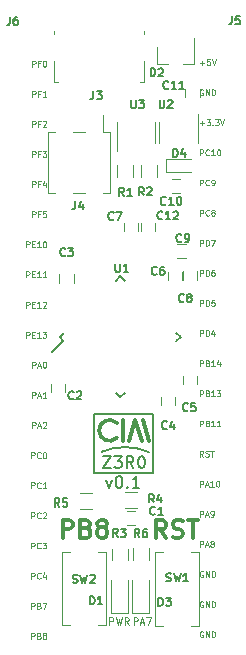
<source format=gto>
G04 #@! TF.GenerationSoftware,KiCad,Pcbnew,no-vcs-found-91ed3e2~59~ubuntu16.04.1*
G04 #@! TF.CreationDate,2017-10-23T14:28:14-03:00*
G04 #@! TF.ProjectId,ciaa-z3r0,636961612D7A3372302E6B696361645F,rev?*
G04 #@! TF.SameCoordinates,Original*
G04 #@! TF.FileFunction,Legend,Top*
G04 #@! TF.FilePolarity,Positive*
%FSLAX46Y46*%
G04 Gerber Fmt 4.6, Leading zero omitted, Abs format (unit mm)*
G04 Created by KiCad (PCBNEW no-vcs-found-91ed3e2~59~ubuntu16.04.1) date Mon Oct 23 14:28:14 2017*
%MOMM*%
%LPD*%
G01*
G04 APERTURE LIST*
%ADD10C,0.100000*%
%ADD11C,0.200000*%
%ADD12C,0.150000*%
%ADD13C,0.300000*%
%ADD14C,0.125000*%
%ADD15C,0.120000*%
%ADD16C,0.130000*%
G04 APERTURE END LIST*
D10*
X119407285Y-73326190D02*
X119407285Y-72826190D01*
X119597761Y-72826190D01*
X119645380Y-72850000D01*
X119669190Y-72873809D01*
X119693000Y-72921428D01*
X119693000Y-72992857D01*
X119669190Y-73040476D01*
X119645380Y-73064285D01*
X119597761Y-73088095D01*
X119407285Y-73088095D01*
X120073952Y-73064285D02*
X119907285Y-73064285D01*
X119907285Y-73326190D02*
X119907285Y-72826190D01*
X120145380Y-72826190D01*
X120431095Y-72826190D02*
X120478714Y-72826190D01*
X120526333Y-72850000D01*
X120550142Y-72873809D01*
X120573952Y-72921428D01*
X120597761Y-73016666D01*
X120597761Y-73135714D01*
X120573952Y-73230952D01*
X120550142Y-73278571D01*
X120526333Y-73302380D01*
X120478714Y-73326190D01*
X120431095Y-73326190D01*
X120383476Y-73302380D01*
X120359666Y-73278571D01*
X120335857Y-73230952D01*
X120312047Y-73135714D01*
X120312047Y-73016666D01*
X120335857Y-72921428D01*
X120359666Y-72873809D01*
X120383476Y-72850000D01*
X120431095Y-72826190D01*
X119407285Y-75876190D02*
X119407285Y-75376190D01*
X119597761Y-75376190D01*
X119645380Y-75400000D01*
X119669190Y-75423809D01*
X119693000Y-75471428D01*
X119693000Y-75542857D01*
X119669190Y-75590476D01*
X119645380Y-75614285D01*
X119597761Y-75638095D01*
X119407285Y-75638095D01*
X120073952Y-75614285D02*
X119907285Y-75614285D01*
X119907285Y-75876190D02*
X119907285Y-75376190D01*
X120145380Y-75376190D01*
X120597761Y-75876190D02*
X120312047Y-75876190D01*
X120454904Y-75876190D02*
X120454904Y-75376190D01*
X120407285Y-75447619D01*
X120359666Y-75495238D01*
X120312047Y-75519047D01*
X119407285Y-78426190D02*
X119407285Y-77926190D01*
X119597761Y-77926190D01*
X119645380Y-77950000D01*
X119669190Y-77973809D01*
X119693000Y-78021428D01*
X119693000Y-78092857D01*
X119669190Y-78140476D01*
X119645380Y-78164285D01*
X119597761Y-78188095D01*
X119407285Y-78188095D01*
X120073952Y-78164285D02*
X119907285Y-78164285D01*
X119907285Y-78426190D02*
X119907285Y-77926190D01*
X120145380Y-77926190D01*
X120312047Y-77973809D02*
X120335857Y-77950000D01*
X120383476Y-77926190D01*
X120502523Y-77926190D01*
X120550142Y-77950000D01*
X120573952Y-77973809D01*
X120597761Y-78021428D01*
X120597761Y-78069047D01*
X120573952Y-78140476D01*
X120288238Y-78426190D01*
X120597761Y-78426190D01*
X119407285Y-80976190D02*
X119407285Y-80476190D01*
X119597761Y-80476190D01*
X119645380Y-80500000D01*
X119669190Y-80523809D01*
X119693000Y-80571428D01*
X119693000Y-80642857D01*
X119669190Y-80690476D01*
X119645380Y-80714285D01*
X119597761Y-80738095D01*
X119407285Y-80738095D01*
X120073952Y-80714285D02*
X119907285Y-80714285D01*
X119907285Y-80976190D02*
X119907285Y-80476190D01*
X120145380Y-80476190D01*
X120288238Y-80476190D02*
X120597761Y-80476190D01*
X120431095Y-80666666D01*
X120502523Y-80666666D01*
X120550142Y-80690476D01*
X120573952Y-80714285D01*
X120597761Y-80761904D01*
X120597761Y-80880952D01*
X120573952Y-80928571D01*
X120550142Y-80952380D01*
X120502523Y-80976190D01*
X120359666Y-80976190D01*
X120312047Y-80952380D01*
X120288238Y-80928571D01*
X119407285Y-83526190D02*
X119407285Y-83026190D01*
X119597761Y-83026190D01*
X119645380Y-83050000D01*
X119669190Y-83073809D01*
X119693000Y-83121428D01*
X119693000Y-83192857D01*
X119669190Y-83240476D01*
X119645380Y-83264285D01*
X119597761Y-83288095D01*
X119407285Y-83288095D01*
X120073952Y-83264285D02*
X119907285Y-83264285D01*
X119907285Y-83526190D02*
X119907285Y-83026190D01*
X120145380Y-83026190D01*
X120550142Y-83192857D02*
X120550142Y-83526190D01*
X120431095Y-83002380D02*
X120312047Y-83359523D01*
X120621571Y-83359523D01*
X119407285Y-86076190D02*
X119407285Y-85576190D01*
X119597761Y-85576190D01*
X119645380Y-85600000D01*
X119669190Y-85623809D01*
X119693000Y-85671428D01*
X119693000Y-85742857D01*
X119669190Y-85790476D01*
X119645380Y-85814285D01*
X119597761Y-85838095D01*
X119407285Y-85838095D01*
X120073952Y-85814285D02*
X119907285Y-85814285D01*
X119907285Y-86076190D02*
X119907285Y-85576190D01*
X120145380Y-85576190D01*
X120573952Y-85576190D02*
X120335857Y-85576190D01*
X120312047Y-85814285D01*
X120335857Y-85790476D01*
X120383476Y-85766666D01*
X120502523Y-85766666D01*
X120550142Y-85790476D01*
X120573952Y-85814285D01*
X120597761Y-85861904D01*
X120597761Y-85980952D01*
X120573952Y-86028571D01*
X120550142Y-86052380D01*
X120502523Y-86076190D01*
X120383476Y-86076190D01*
X120335857Y-86052380D01*
X120312047Y-86028571D01*
X118907285Y-88626190D02*
X118907285Y-88126190D01*
X119097761Y-88126190D01*
X119145380Y-88150000D01*
X119169190Y-88173809D01*
X119193000Y-88221428D01*
X119193000Y-88292857D01*
X119169190Y-88340476D01*
X119145380Y-88364285D01*
X119097761Y-88388095D01*
X118907285Y-88388095D01*
X119407285Y-88364285D02*
X119573952Y-88364285D01*
X119645380Y-88626190D02*
X119407285Y-88626190D01*
X119407285Y-88126190D01*
X119645380Y-88126190D01*
X120121571Y-88626190D02*
X119835857Y-88626190D01*
X119978714Y-88626190D02*
X119978714Y-88126190D01*
X119931095Y-88197619D01*
X119883476Y-88245238D01*
X119835857Y-88269047D01*
X120431095Y-88126190D02*
X120478714Y-88126190D01*
X120526333Y-88150000D01*
X120550142Y-88173809D01*
X120573952Y-88221428D01*
X120597761Y-88316666D01*
X120597761Y-88435714D01*
X120573952Y-88530952D01*
X120550142Y-88578571D01*
X120526333Y-88602380D01*
X120478714Y-88626190D01*
X120431095Y-88626190D01*
X120383476Y-88602380D01*
X120359666Y-88578571D01*
X120335857Y-88530952D01*
X120312047Y-88435714D01*
X120312047Y-88316666D01*
X120335857Y-88221428D01*
X120359666Y-88173809D01*
X120383476Y-88150000D01*
X120431095Y-88126190D01*
X118907285Y-91176190D02*
X118907285Y-90676190D01*
X119097761Y-90676190D01*
X119145380Y-90700000D01*
X119169190Y-90723809D01*
X119193000Y-90771428D01*
X119193000Y-90842857D01*
X119169190Y-90890476D01*
X119145380Y-90914285D01*
X119097761Y-90938095D01*
X118907285Y-90938095D01*
X119407285Y-90914285D02*
X119573952Y-90914285D01*
X119645380Y-91176190D02*
X119407285Y-91176190D01*
X119407285Y-90676190D01*
X119645380Y-90676190D01*
X120121571Y-91176190D02*
X119835857Y-91176190D01*
X119978714Y-91176190D02*
X119978714Y-90676190D01*
X119931095Y-90747619D01*
X119883476Y-90795238D01*
X119835857Y-90819047D01*
X120597761Y-91176190D02*
X120312047Y-91176190D01*
X120454904Y-91176190D02*
X120454904Y-90676190D01*
X120407285Y-90747619D01*
X120359666Y-90795238D01*
X120312047Y-90819047D01*
X118907285Y-93726190D02*
X118907285Y-93226190D01*
X119097761Y-93226190D01*
X119145380Y-93250000D01*
X119169190Y-93273809D01*
X119193000Y-93321428D01*
X119193000Y-93392857D01*
X119169190Y-93440476D01*
X119145380Y-93464285D01*
X119097761Y-93488095D01*
X118907285Y-93488095D01*
X119407285Y-93464285D02*
X119573952Y-93464285D01*
X119645380Y-93726190D02*
X119407285Y-93726190D01*
X119407285Y-93226190D01*
X119645380Y-93226190D01*
X120121571Y-93726190D02*
X119835857Y-93726190D01*
X119978714Y-93726190D02*
X119978714Y-93226190D01*
X119931095Y-93297619D01*
X119883476Y-93345238D01*
X119835857Y-93369047D01*
X120312047Y-93273809D02*
X120335857Y-93250000D01*
X120383476Y-93226190D01*
X120502523Y-93226190D01*
X120550142Y-93250000D01*
X120573952Y-93273809D01*
X120597761Y-93321428D01*
X120597761Y-93369047D01*
X120573952Y-93440476D01*
X120288238Y-93726190D01*
X120597761Y-93726190D01*
X118907285Y-96276190D02*
X118907285Y-95776190D01*
X119097761Y-95776190D01*
X119145380Y-95800000D01*
X119169190Y-95823809D01*
X119193000Y-95871428D01*
X119193000Y-95942857D01*
X119169190Y-95990476D01*
X119145380Y-96014285D01*
X119097761Y-96038095D01*
X118907285Y-96038095D01*
X119407285Y-96014285D02*
X119573952Y-96014285D01*
X119645380Y-96276190D02*
X119407285Y-96276190D01*
X119407285Y-95776190D01*
X119645380Y-95776190D01*
X120121571Y-96276190D02*
X119835857Y-96276190D01*
X119978714Y-96276190D02*
X119978714Y-95776190D01*
X119931095Y-95847619D01*
X119883476Y-95895238D01*
X119835857Y-95919047D01*
X120288238Y-95776190D02*
X120597761Y-95776190D01*
X120431095Y-95966666D01*
X120502523Y-95966666D01*
X120550142Y-95990476D01*
X120573952Y-96014285D01*
X120597761Y-96061904D01*
X120597761Y-96180952D01*
X120573952Y-96228571D01*
X120550142Y-96252380D01*
X120502523Y-96276190D01*
X120359666Y-96276190D01*
X120312047Y-96252380D01*
X120288238Y-96228571D01*
X119407285Y-98826190D02*
X119407285Y-98326190D01*
X119597761Y-98326190D01*
X119645380Y-98350000D01*
X119669190Y-98373809D01*
X119693000Y-98421428D01*
X119693000Y-98492857D01*
X119669190Y-98540476D01*
X119645380Y-98564285D01*
X119597761Y-98588095D01*
X119407285Y-98588095D01*
X119883476Y-98683333D02*
X120121571Y-98683333D01*
X119835857Y-98826190D02*
X120002523Y-98326190D01*
X120169190Y-98826190D01*
X120431095Y-98326190D02*
X120478714Y-98326190D01*
X120526333Y-98350000D01*
X120550142Y-98373809D01*
X120573952Y-98421428D01*
X120597761Y-98516666D01*
X120597761Y-98635714D01*
X120573952Y-98730952D01*
X120550142Y-98778571D01*
X120526333Y-98802380D01*
X120478714Y-98826190D01*
X120431095Y-98826190D01*
X120383476Y-98802380D01*
X120359666Y-98778571D01*
X120335857Y-98730952D01*
X120312047Y-98635714D01*
X120312047Y-98516666D01*
X120335857Y-98421428D01*
X120359666Y-98373809D01*
X120383476Y-98350000D01*
X120431095Y-98326190D01*
X119407285Y-101376190D02*
X119407285Y-100876190D01*
X119597761Y-100876190D01*
X119645380Y-100900000D01*
X119669190Y-100923809D01*
X119693000Y-100971428D01*
X119693000Y-101042857D01*
X119669190Y-101090476D01*
X119645380Y-101114285D01*
X119597761Y-101138095D01*
X119407285Y-101138095D01*
X119883476Y-101233333D02*
X120121571Y-101233333D01*
X119835857Y-101376190D02*
X120002523Y-100876190D01*
X120169190Y-101376190D01*
X120597761Y-101376190D02*
X120312047Y-101376190D01*
X120454904Y-101376190D02*
X120454904Y-100876190D01*
X120407285Y-100947619D01*
X120359666Y-100995238D01*
X120312047Y-101019047D01*
X119407285Y-103926190D02*
X119407285Y-103426190D01*
X119597761Y-103426190D01*
X119645380Y-103450000D01*
X119669190Y-103473809D01*
X119693000Y-103521428D01*
X119693000Y-103592857D01*
X119669190Y-103640476D01*
X119645380Y-103664285D01*
X119597761Y-103688095D01*
X119407285Y-103688095D01*
X119883476Y-103783333D02*
X120121571Y-103783333D01*
X119835857Y-103926190D02*
X120002523Y-103426190D01*
X120169190Y-103926190D01*
X120312047Y-103473809D02*
X120335857Y-103450000D01*
X120383476Y-103426190D01*
X120502523Y-103426190D01*
X120550142Y-103450000D01*
X120573952Y-103473809D01*
X120597761Y-103521428D01*
X120597761Y-103569047D01*
X120573952Y-103640476D01*
X120288238Y-103926190D01*
X120597761Y-103926190D01*
X119335857Y-106476190D02*
X119335857Y-105976190D01*
X119526333Y-105976190D01*
X119573952Y-106000000D01*
X119597761Y-106023809D01*
X119621571Y-106071428D01*
X119621571Y-106142857D01*
X119597761Y-106190476D01*
X119573952Y-106214285D01*
X119526333Y-106238095D01*
X119335857Y-106238095D01*
X120121571Y-106428571D02*
X120097761Y-106452380D01*
X120026333Y-106476190D01*
X119978714Y-106476190D01*
X119907285Y-106452380D01*
X119859666Y-106404761D01*
X119835857Y-106357142D01*
X119812047Y-106261904D01*
X119812047Y-106190476D01*
X119835857Y-106095238D01*
X119859666Y-106047619D01*
X119907285Y-106000000D01*
X119978714Y-105976190D01*
X120026333Y-105976190D01*
X120097761Y-106000000D01*
X120121571Y-106023809D01*
X120431095Y-105976190D02*
X120478714Y-105976190D01*
X120526333Y-106000000D01*
X120550142Y-106023809D01*
X120573952Y-106071428D01*
X120597761Y-106166666D01*
X120597761Y-106285714D01*
X120573952Y-106380952D01*
X120550142Y-106428571D01*
X120526333Y-106452380D01*
X120478714Y-106476190D01*
X120431095Y-106476190D01*
X120383476Y-106452380D01*
X120359666Y-106428571D01*
X120335857Y-106380952D01*
X120312047Y-106285714D01*
X120312047Y-106166666D01*
X120335857Y-106071428D01*
X120359666Y-106023809D01*
X120383476Y-106000000D01*
X120431095Y-105976190D01*
X119335857Y-109026190D02*
X119335857Y-108526190D01*
X119526333Y-108526190D01*
X119573952Y-108550000D01*
X119597761Y-108573809D01*
X119621571Y-108621428D01*
X119621571Y-108692857D01*
X119597761Y-108740476D01*
X119573952Y-108764285D01*
X119526333Y-108788095D01*
X119335857Y-108788095D01*
X120121571Y-108978571D02*
X120097761Y-109002380D01*
X120026333Y-109026190D01*
X119978714Y-109026190D01*
X119907285Y-109002380D01*
X119859666Y-108954761D01*
X119835857Y-108907142D01*
X119812047Y-108811904D01*
X119812047Y-108740476D01*
X119835857Y-108645238D01*
X119859666Y-108597619D01*
X119907285Y-108550000D01*
X119978714Y-108526190D01*
X120026333Y-108526190D01*
X120097761Y-108550000D01*
X120121571Y-108573809D01*
X120597761Y-109026190D02*
X120312047Y-109026190D01*
X120454904Y-109026190D02*
X120454904Y-108526190D01*
X120407285Y-108597619D01*
X120359666Y-108645238D01*
X120312047Y-108669047D01*
X119335857Y-111576190D02*
X119335857Y-111076190D01*
X119526333Y-111076190D01*
X119573952Y-111100000D01*
X119597761Y-111123809D01*
X119621571Y-111171428D01*
X119621571Y-111242857D01*
X119597761Y-111290476D01*
X119573952Y-111314285D01*
X119526333Y-111338095D01*
X119335857Y-111338095D01*
X120121571Y-111528571D02*
X120097761Y-111552380D01*
X120026333Y-111576190D01*
X119978714Y-111576190D01*
X119907285Y-111552380D01*
X119859666Y-111504761D01*
X119835857Y-111457142D01*
X119812047Y-111361904D01*
X119812047Y-111290476D01*
X119835857Y-111195238D01*
X119859666Y-111147619D01*
X119907285Y-111100000D01*
X119978714Y-111076190D01*
X120026333Y-111076190D01*
X120097761Y-111100000D01*
X120121571Y-111123809D01*
X120312047Y-111123809D02*
X120335857Y-111100000D01*
X120383476Y-111076190D01*
X120502523Y-111076190D01*
X120550142Y-111100000D01*
X120573952Y-111123809D01*
X120597761Y-111171428D01*
X120597761Y-111219047D01*
X120573952Y-111290476D01*
X120288238Y-111576190D01*
X120597761Y-111576190D01*
X119335857Y-114126190D02*
X119335857Y-113626190D01*
X119526333Y-113626190D01*
X119573952Y-113650000D01*
X119597761Y-113673809D01*
X119621571Y-113721428D01*
X119621571Y-113792857D01*
X119597761Y-113840476D01*
X119573952Y-113864285D01*
X119526333Y-113888095D01*
X119335857Y-113888095D01*
X120121571Y-114078571D02*
X120097761Y-114102380D01*
X120026333Y-114126190D01*
X119978714Y-114126190D01*
X119907285Y-114102380D01*
X119859666Y-114054761D01*
X119835857Y-114007142D01*
X119812047Y-113911904D01*
X119812047Y-113840476D01*
X119835857Y-113745238D01*
X119859666Y-113697619D01*
X119907285Y-113650000D01*
X119978714Y-113626190D01*
X120026333Y-113626190D01*
X120097761Y-113650000D01*
X120121571Y-113673809D01*
X120288238Y-113626190D02*
X120597761Y-113626190D01*
X120431095Y-113816666D01*
X120502523Y-113816666D01*
X120550142Y-113840476D01*
X120573952Y-113864285D01*
X120597761Y-113911904D01*
X120597761Y-114030952D01*
X120573952Y-114078571D01*
X120550142Y-114102380D01*
X120502523Y-114126190D01*
X120359666Y-114126190D01*
X120312047Y-114102380D01*
X120288238Y-114078571D01*
X119335857Y-116676190D02*
X119335857Y-116176190D01*
X119526333Y-116176190D01*
X119573952Y-116200000D01*
X119597761Y-116223809D01*
X119621571Y-116271428D01*
X119621571Y-116342857D01*
X119597761Y-116390476D01*
X119573952Y-116414285D01*
X119526333Y-116438095D01*
X119335857Y-116438095D01*
X120121571Y-116628571D02*
X120097761Y-116652380D01*
X120026333Y-116676190D01*
X119978714Y-116676190D01*
X119907285Y-116652380D01*
X119859666Y-116604761D01*
X119835857Y-116557142D01*
X119812047Y-116461904D01*
X119812047Y-116390476D01*
X119835857Y-116295238D01*
X119859666Y-116247619D01*
X119907285Y-116200000D01*
X119978714Y-116176190D01*
X120026333Y-116176190D01*
X120097761Y-116200000D01*
X120121571Y-116223809D01*
X120550142Y-116342857D02*
X120550142Y-116676190D01*
X120431095Y-116152380D02*
X120312047Y-116509523D01*
X120621571Y-116509523D01*
X119335857Y-119226190D02*
X119335857Y-118726190D01*
X119526333Y-118726190D01*
X119573952Y-118750000D01*
X119597761Y-118773809D01*
X119621571Y-118821428D01*
X119621571Y-118892857D01*
X119597761Y-118940476D01*
X119573952Y-118964285D01*
X119526333Y-118988095D01*
X119335857Y-118988095D01*
X120002523Y-118964285D02*
X120073952Y-118988095D01*
X120097761Y-119011904D01*
X120121571Y-119059523D01*
X120121571Y-119130952D01*
X120097761Y-119178571D01*
X120073952Y-119202380D01*
X120026333Y-119226190D01*
X119835857Y-119226190D01*
X119835857Y-118726190D01*
X120002523Y-118726190D01*
X120050142Y-118750000D01*
X120073952Y-118773809D01*
X120097761Y-118821428D01*
X120097761Y-118869047D01*
X120073952Y-118916666D01*
X120050142Y-118940476D01*
X120002523Y-118964285D01*
X119835857Y-118964285D01*
X120288238Y-118726190D02*
X120621571Y-118726190D01*
X120407285Y-119226190D01*
X119335857Y-121776190D02*
X119335857Y-121276190D01*
X119526333Y-121276190D01*
X119573952Y-121300000D01*
X119597761Y-121323809D01*
X119621571Y-121371428D01*
X119621571Y-121442857D01*
X119597761Y-121490476D01*
X119573952Y-121514285D01*
X119526333Y-121538095D01*
X119335857Y-121538095D01*
X120002523Y-121514285D02*
X120073952Y-121538095D01*
X120097761Y-121561904D01*
X120121571Y-121609523D01*
X120121571Y-121680952D01*
X120097761Y-121728571D01*
X120073952Y-121752380D01*
X120026333Y-121776190D01*
X119835857Y-121776190D01*
X119835857Y-121276190D01*
X120002523Y-121276190D01*
X120050142Y-121300000D01*
X120073952Y-121323809D01*
X120097761Y-121371428D01*
X120097761Y-121419047D01*
X120073952Y-121466666D01*
X120050142Y-121490476D01*
X120002523Y-121514285D01*
X119835857Y-121514285D01*
X120407285Y-121490476D02*
X120359666Y-121466666D01*
X120335857Y-121442857D01*
X120312047Y-121395238D01*
X120312047Y-121371428D01*
X120335857Y-121323809D01*
X120359666Y-121300000D01*
X120407285Y-121276190D01*
X120502523Y-121276190D01*
X120550142Y-121300000D01*
X120573952Y-121323809D01*
X120597761Y-121371428D01*
X120597761Y-121395238D01*
X120573952Y-121442857D01*
X120550142Y-121466666D01*
X120502523Y-121490476D01*
X120407285Y-121490476D01*
X120359666Y-121514285D01*
X120335857Y-121538095D01*
X120312047Y-121585714D01*
X120312047Y-121680952D01*
X120335857Y-121728571D01*
X120359666Y-121752380D01*
X120407285Y-121776190D01*
X120502523Y-121776190D01*
X120550142Y-121752380D01*
X120573952Y-121728571D01*
X120597761Y-121680952D01*
X120597761Y-121585714D01*
X120573952Y-121538095D01*
X120550142Y-121514285D01*
X120502523Y-121490476D01*
X133602047Y-73005714D02*
X133983000Y-73005714D01*
X133792523Y-73196190D02*
X133792523Y-72815238D01*
X134459190Y-72696190D02*
X134221095Y-72696190D01*
X134197285Y-72934285D01*
X134221095Y-72910476D01*
X134268714Y-72886666D01*
X134387761Y-72886666D01*
X134435380Y-72910476D01*
X134459190Y-72934285D01*
X134483000Y-72981904D01*
X134483000Y-73100952D01*
X134459190Y-73148571D01*
X134435380Y-73172380D01*
X134387761Y-73196190D01*
X134268714Y-73196190D01*
X134221095Y-73172380D01*
X134197285Y-73148571D01*
X134625857Y-72696190D02*
X134792523Y-73196190D01*
X134959190Y-72696190D01*
X133863952Y-75270000D02*
X133816333Y-75246190D01*
X133744904Y-75246190D01*
X133673476Y-75270000D01*
X133625857Y-75317619D01*
X133602047Y-75365238D01*
X133578238Y-75460476D01*
X133578238Y-75531904D01*
X133602047Y-75627142D01*
X133625857Y-75674761D01*
X133673476Y-75722380D01*
X133744904Y-75746190D01*
X133792523Y-75746190D01*
X133863952Y-75722380D01*
X133887761Y-75698571D01*
X133887761Y-75531904D01*
X133792523Y-75531904D01*
X134102047Y-75746190D02*
X134102047Y-75246190D01*
X134387761Y-75746190D01*
X134387761Y-75246190D01*
X134625857Y-75746190D02*
X134625857Y-75246190D01*
X134744904Y-75246190D01*
X134816333Y-75270000D01*
X134863952Y-75317619D01*
X134887761Y-75365238D01*
X134911571Y-75460476D01*
X134911571Y-75531904D01*
X134887761Y-75627142D01*
X134863952Y-75674761D01*
X134816333Y-75722380D01*
X134744904Y-75746190D01*
X134625857Y-75746190D01*
X133602047Y-78105714D02*
X133983000Y-78105714D01*
X133792523Y-78296190D02*
X133792523Y-77915238D01*
X134173476Y-77796190D02*
X134483000Y-77796190D01*
X134316333Y-77986666D01*
X134387761Y-77986666D01*
X134435380Y-78010476D01*
X134459190Y-78034285D01*
X134483000Y-78081904D01*
X134483000Y-78200952D01*
X134459190Y-78248571D01*
X134435380Y-78272380D01*
X134387761Y-78296190D01*
X134244904Y-78296190D01*
X134197285Y-78272380D01*
X134173476Y-78248571D01*
X134697285Y-78248571D02*
X134721095Y-78272380D01*
X134697285Y-78296190D01*
X134673476Y-78272380D01*
X134697285Y-78248571D01*
X134697285Y-78296190D01*
X134887761Y-77796190D02*
X135197285Y-77796190D01*
X135030619Y-77986666D01*
X135102047Y-77986666D01*
X135149666Y-78010476D01*
X135173476Y-78034285D01*
X135197285Y-78081904D01*
X135197285Y-78200952D01*
X135173476Y-78248571D01*
X135149666Y-78272380D01*
X135102047Y-78296190D01*
X134959190Y-78296190D01*
X134911571Y-78272380D01*
X134887761Y-78248571D01*
X135340142Y-77796190D02*
X135506809Y-78296190D01*
X135673476Y-77796190D01*
X133602047Y-80846190D02*
X133602047Y-80346190D01*
X133792523Y-80346190D01*
X133840142Y-80370000D01*
X133863952Y-80393809D01*
X133887761Y-80441428D01*
X133887761Y-80512857D01*
X133863952Y-80560476D01*
X133840142Y-80584285D01*
X133792523Y-80608095D01*
X133602047Y-80608095D01*
X134387761Y-80798571D02*
X134363952Y-80822380D01*
X134292523Y-80846190D01*
X134244904Y-80846190D01*
X134173476Y-80822380D01*
X134125857Y-80774761D01*
X134102047Y-80727142D01*
X134078238Y-80631904D01*
X134078238Y-80560476D01*
X134102047Y-80465238D01*
X134125857Y-80417619D01*
X134173476Y-80370000D01*
X134244904Y-80346190D01*
X134292523Y-80346190D01*
X134363952Y-80370000D01*
X134387761Y-80393809D01*
X134863952Y-80846190D02*
X134578238Y-80846190D01*
X134721095Y-80846190D02*
X134721095Y-80346190D01*
X134673476Y-80417619D01*
X134625857Y-80465238D01*
X134578238Y-80489047D01*
X135173476Y-80346190D02*
X135221095Y-80346190D01*
X135268714Y-80370000D01*
X135292523Y-80393809D01*
X135316333Y-80441428D01*
X135340142Y-80536666D01*
X135340142Y-80655714D01*
X135316333Y-80750952D01*
X135292523Y-80798571D01*
X135268714Y-80822380D01*
X135221095Y-80846190D01*
X135173476Y-80846190D01*
X135125857Y-80822380D01*
X135102047Y-80798571D01*
X135078238Y-80750952D01*
X135054428Y-80655714D01*
X135054428Y-80536666D01*
X135078238Y-80441428D01*
X135102047Y-80393809D01*
X135125857Y-80370000D01*
X135173476Y-80346190D01*
X133602047Y-83396190D02*
X133602047Y-82896190D01*
X133792523Y-82896190D01*
X133840142Y-82920000D01*
X133863952Y-82943809D01*
X133887761Y-82991428D01*
X133887761Y-83062857D01*
X133863952Y-83110476D01*
X133840142Y-83134285D01*
X133792523Y-83158095D01*
X133602047Y-83158095D01*
X134387761Y-83348571D02*
X134363952Y-83372380D01*
X134292523Y-83396190D01*
X134244904Y-83396190D01*
X134173476Y-83372380D01*
X134125857Y-83324761D01*
X134102047Y-83277142D01*
X134078238Y-83181904D01*
X134078238Y-83110476D01*
X134102047Y-83015238D01*
X134125857Y-82967619D01*
X134173476Y-82920000D01*
X134244904Y-82896190D01*
X134292523Y-82896190D01*
X134363952Y-82920000D01*
X134387761Y-82943809D01*
X134625857Y-83396190D02*
X134721095Y-83396190D01*
X134768714Y-83372380D01*
X134792523Y-83348571D01*
X134840142Y-83277142D01*
X134863952Y-83181904D01*
X134863952Y-82991428D01*
X134840142Y-82943809D01*
X134816333Y-82920000D01*
X134768714Y-82896190D01*
X134673476Y-82896190D01*
X134625857Y-82920000D01*
X134602047Y-82943809D01*
X134578238Y-82991428D01*
X134578238Y-83110476D01*
X134602047Y-83158095D01*
X134625857Y-83181904D01*
X134673476Y-83205714D01*
X134768714Y-83205714D01*
X134816333Y-83181904D01*
X134840142Y-83158095D01*
X134863952Y-83110476D01*
X133602047Y-85946190D02*
X133602047Y-85446190D01*
X133792523Y-85446190D01*
X133840142Y-85470000D01*
X133863952Y-85493809D01*
X133887761Y-85541428D01*
X133887761Y-85612857D01*
X133863952Y-85660476D01*
X133840142Y-85684285D01*
X133792523Y-85708095D01*
X133602047Y-85708095D01*
X134387761Y-85898571D02*
X134363952Y-85922380D01*
X134292523Y-85946190D01*
X134244904Y-85946190D01*
X134173476Y-85922380D01*
X134125857Y-85874761D01*
X134102047Y-85827142D01*
X134078238Y-85731904D01*
X134078238Y-85660476D01*
X134102047Y-85565238D01*
X134125857Y-85517619D01*
X134173476Y-85470000D01*
X134244904Y-85446190D01*
X134292523Y-85446190D01*
X134363952Y-85470000D01*
X134387761Y-85493809D01*
X134673476Y-85660476D02*
X134625857Y-85636666D01*
X134602047Y-85612857D01*
X134578238Y-85565238D01*
X134578238Y-85541428D01*
X134602047Y-85493809D01*
X134625857Y-85470000D01*
X134673476Y-85446190D01*
X134768714Y-85446190D01*
X134816333Y-85470000D01*
X134840142Y-85493809D01*
X134863952Y-85541428D01*
X134863952Y-85565238D01*
X134840142Y-85612857D01*
X134816333Y-85636666D01*
X134768714Y-85660476D01*
X134673476Y-85660476D01*
X134625857Y-85684285D01*
X134602047Y-85708095D01*
X134578238Y-85755714D01*
X134578238Y-85850952D01*
X134602047Y-85898571D01*
X134625857Y-85922380D01*
X134673476Y-85946190D01*
X134768714Y-85946190D01*
X134816333Y-85922380D01*
X134840142Y-85898571D01*
X134863952Y-85850952D01*
X134863952Y-85755714D01*
X134840142Y-85708095D01*
X134816333Y-85684285D01*
X134768714Y-85660476D01*
X133602047Y-88496190D02*
X133602047Y-87996190D01*
X133792523Y-87996190D01*
X133840142Y-88020000D01*
X133863952Y-88043809D01*
X133887761Y-88091428D01*
X133887761Y-88162857D01*
X133863952Y-88210476D01*
X133840142Y-88234285D01*
X133792523Y-88258095D01*
X133602047Y-88258095D01*
X134102047Y-88496190D02*
X134102047Y-87996190D01*
X134221095Y-87996190D01*
X134292523Y-88020000D01*
X134340142Y-88067619D01*
X134363952Y-88115238D01*
X134387761Y-88210476D01*
X134387761Y-88281904D01*
X134363952Y-88377142D01*
X134340142Y-88424761D01*
X134292523Y-88472380D01*
X134221095Y-88496190D01*
X134102047Y-88496190D01*
X134554428Y-87996190D02*
X134887761Y-87996190D01*
X134673476Y-88496190D01*
X133602047Y-91046190D02*
X133602047Y-90546190D01*
X133792523Y-90546190D01*
X133840142Y-90570000D01*
X133863952Y-90593809D01*
X133887761Y-90641428D01*
X133887761Y-90712857D01*
X133863952Y-90760476D01*
X133840142Y-90784285D01*
X133792523Y-90808095D01*
X133602047Y-90808095D01*
X134102047Y-91046190D02*
X134102047Y-90546190D01*
X134221095Y-90546190D01*
X134292523Y-90570000D01*
X134340142Y-90617619D01*
X134363952Y-90665238D01*
X134387761Y-90760476D01*
X134387761Y-90831904D01*
X134363952Y-90927142D01*
X134340142Y-90974761D01*
X134292523Y-91022380D01*
X134221095Y-91046190D01*
X134102047Y-91046190D01*
X134816333Y-90546190D02*
X134721095Y-90546190D01*
X134673476Y-90570000D01*
X134649666Y-90593809D01*
X134602047Y-90665238D01*
X134578238Y-90760476D01*
X134578238Y-90950952D01*
X134602047Y-90998571D01*
X134625857Y-91022380D01*
X134673476Y-91046190D01*
X134768714Y-91046190D01*
X134816333Y-91022380D01*
X134840142Y-90998571D01*
X134863952Y-90950952D01*
X134863952Y-90831904D01*
X134840142Y-90784285D01*
X134816333Y-90760476D01*
X134768714Y-90736666D01*
X134673476Y-90736666D01*
X134625857Y-90760476D01*
X134602047Y-90784285D01*
X134578238Y-90831904D01*
X133602047Y-93596190D02*
X133602047Y-93096190D01*
X133792523Y-93096190D01*
X133840142Y-93120000D01*
X133863952Y-93143809D01*
X133887761Y-93191428D01*
X133887761Y-93262857D01*
X133863952Y-93310476D01*
X133840142Y-93334285D01*
X133792523Y-93358095D01*
X133602047Y-93358095D01*
X134102047Y-93596190D02*
X134102047Y-93096190D01*
X134221095Y-93096190D01*
X134292523Y-93120000D01*
X134340142Y-93167619D01*
X134363952Y-93215238D01*
X134387761Y-93310476D01*
X134387761Y-93381904D01*
X134363952Y-93477142D01*
X134340142Y-93524761D01*
X134292523Y-93572380D01*
X134221095Y-93596190D01*
X134102047Y-93596190D01*
X134840142Y-93096190D02*
X134602047Y-93096190D01*
X134578238Y-93334285D01*
X134602047Y-93310476D01*
X134649666Y-93286666D01*
X134768714Y-93286666D01*
X134816333Y-93310476D01*
X134840142Y-93334285D01*
X134863952Y-93381904D01*
X134863952Y-93500952D01*
X134840142Y-93548571D01*
X134816333Y-93572380D01*
X134768714Y-93596190D01*
X134649666Y-93596190D01*
X134602047Y-93572380D01*
X134578238Y-93548571D01*
X133602047Y-96146190D02*
X133602047Y-95646190D01*
X133792523Y-95646190D01*
X133840142Y-95670000D01*
X133863952Y-95693809D01*
X133887761Y-95741428D01*
X133887761Y-95812857D01*
X133863952Y-95860476D01*
X133840142Y-95884285D01*
X133792523Y-95908095D01*
X133602047Y-95908095D01*
X134102047Y-96146190D02*
X134102047Y-95646190D01*
X134221095Y-95646190D01*
X134292523Y-95670000D01*
X134340142Y-95717619D01*
X134363952Y-95765238D01*
X134387761Y-95860476D01*
X134387761Y-95931904D01*
X134363952Y-96027142D01*
X134340142Y-96074761D01*
X134292523Y-96122380D01*
X134221095Y-96146190D01*
X134102047Y-96146190D01*
X134816333Y-95812857D02*
X134816333Y-96146190D01*
X134697285Y-95622380D02*
X134578238Y-95979523D01*
X134887761Y-95979523D01*
X133602047Y-98696190D02*
X133602047Y-98196190D01*
X133792523Y-98196190D01*
X133840142Y-98220000D01*
X133863952Y-98243809D01*
X133887761Y-98291428D01*
X133887761Y-98362857D01*
X133863952Y-98410476D01*
X133840142Y-98434285D01*
X133792523Y-98458095D01*
X133602047Y-98458095D01*
X134268714Y-98434285D02*
X134340142Y-98458095D01*
X134363952Y-98481904D01*
X134387761Y-98529523D01*
X134387761Y-98600952D01*
X134363952Y-98648571D01*
X134340142Y-98672380D01*
X134292523Y-98696190D01*
X134102047Y-98696190D01*
X134102047Y-98196190D01*
X134268714Y-98196190D01*
X134316333Y-98220000D01*
X134340142Y-98243809D01*
X134363952Y-98291428D01*
X134363952Y-98339047D01*
X134340142Y-98386666D01*
X134316333Y-98410476D01*
X134268714Y-98434285D01*
X134102047Y-98434285D01*
X134863952Y-98696190D02*
X134578238Y-98696190D01*
X134721095Y-98696190D02*
X134721095Y-98196190D01*
X134673476Y-98267619D01*
X134625857Y-98315238D01*
X134578238Y-98339047D01*
X135292523Y-98362857D02*
X135292523Y-98696190D01*
X135173476Y-98172380D02*
X135054428Y-98529523D01*
X135363952Y-98529523D01*
X133602047Y-101246190D02*
X133602047Y-100746190D01*
X133792523Y-100746190D01*
X133840142Y-100770000D01*
X133863952Y-100793809D01*
X133887761Y-100841428D01*
X133887761Y-100912857D01*
X133863952Y-100960476D01*
X133840142Y-100984285D01*
X133792523Y-101008095D01*
X133602047Y-101008095D01*
X134268714Y-100984285D02*
X134340142Y-101008095D01*
X134363952Y-101031904D01*
X134387761Y-101079523D01*
X134387761Y-101150952D01*
X134363952Y-101198571D01*
X134340142Y-101222380D01*
X134292523Y-101246190D01*
X134102047Y-101246190D01*
X134102047Y-100746190D01*
X134268714Y-100746190D01*
X134316333Y-100770000D01*
X134340142Y-100793809D01*
X134363952Y-100841428D01*
X134363952Y-100889047D01*
X134340142Y-100936666D01*
X134316333Y-100960476D01*
X134268714Y-100984285D01*
X134102047Y-100984285D01*
X134863952Y-101246190D02*
X134578238Y-101246190D01*
X134721095Y-101246190D02*
X134721095Y-100746190D01*
X134673476Y-100817619D01*
X134625857Y-100865238D01*
X134578238Y-100889047D01*
X135030619Y-100746190D02*
X135340142Y-100746190D01*
X135173476Y-100936666D01*
X135244904Y-100936666D01*
X135292523Y-100960476D01*
X135316333Y-100984285D01*
X135340142Y-101031904D01*
X135340142Y-101150952D01*
X135316333Y-101198571D01*
X135292523Y-101222380D01*
X135244904Y-101246190D01*
X135102047Y-101246190D01*
X135054428Y-101222380D01*
X135030619Y-101198571D01*
X133602047Y-103796190D02*
X133602047Y-103296190D01*
X133792523Y-103296190D01*
X133840142Y-103320000D01*
X133863952Y-103343809D01*
X133887761Y-103391428D01*
X133887761Y-103462857D01*
X133863952Y-103510476D01*
X133840142Y-103534285D01*
X133792523Y-103558095D01*
X133602047Y-103558095D01*
X134268714Y-103534285D02*
X134340142Y-103558095D01*
X134363952Y-103581904D01*
X134387761Y-103629523D01*
X134387761Y-103700952D01*
X134363952Y-103748571D01*
X134340142Y-103772380D01*
X134292523Y-103796190D01*
X134102047Y-103796190D01*
X134102047Y-103296190D01*
X134268714Y-103296190D01*
X134316333Y-103320000D01*
X134340142Y-103343809D01*
X134363952Y-103391428D01*
X134363952Y-103439047D01*
X134340142Y-103486666D01*
X134316333Y-103510476D01*
X134268714Y-103534285D01*
X134102047Y-103534285D01*
X134863952Y-103796190D02*
X134578238Y-103796190D01*
X134721095Y-103796190D02*
X134721095Y-103296190D01*
X134673476Y-103367619D01*
X134625857Y-103415238D01*
X134578238Y-103439047D01*
X135340142Y-103796190D02*
X135054428Y-103796190D01*
X135197285Y-103796190D02*
X135197285Y-103296190D01*
X135149666Y-103367619D01*
X135102047Y-103415238D01*
X135054428Y-103439047D01*
X133887761Y-106346190D02*
X133721095Y-106108095D01*
X133602047Y-106346190D02*
X133602047Y-105846190D01*
X133792523Y-105846190D01*
X133840142Y-105870000D01*
X133863952Y-105893809D01*
X133887761Y-105941428D01*
X133887761Y-106012857D01*
X133863952Y-106060476D01*
X133840142Y-106084285D01*
X133792523Y-106108095D01*
X133602047Y-106108095D01*
X134078238Y-106322380D02*
X134149666Y-106346190D01*
X134268714Y-106346190D01*
X134316333Y-106322380D01*
X134340142Y-106298571D01*
X134363952Y-106250952D01*
X134363952Y-106203333D01*
X134340142Y-106155714D01*
X134316333Y-106131904D01*
X134268714Y-106108095D01*
X134173476Y-106084285D01*
X134125857Y-106060476D01*
X134102047Y-106036666D01*
X134078238Y-105989047D01*
X134078238Y-105941428D01*
X134102047Y-105893809D01*
X134125857Y-105870000D01*
X134173476Y-105846190D01*
X134292523Y-105846190D01*
X134363952Y-105870000D01*
X134506809Y-105846190D02*
X134792523Y-105846190D01*
X134649666Y-106346190D02*
X134649666Y-105846190D01*
X133602047Y-108896190D02*
X133602047Y-108396190D01*
X133792523Y-108396190D01*
X133840142Y-108420000D01*
X133863952Y-108443809D01*
X133887761Y-108491428D01*
X133887761Y-108562857D01*
X133863952Y-108610476D01*
X133840142Y-108634285D01*
X133792523Y-108658095D01*
X133602047Y-108658095D01*
X134078238Y-108753333D02*
X134316333Y-108753333D01*
X134030619Y-108896190D02*
X134197285Y-108396190D01*
X134363952Y-108896190D01*
X134792523Y-108896190D02*
X134506809Y-108896190D01*
X134649666Y-108896190D02*
X134649666Y-108396190D01*
X134602047Y-108467619D01*
X134554428Y-108515238D01*
X134506809Y-108539047D01*
X135102047Y-108396190D02*
X135149666Y-108396190D01*
X135197285Y-108420000D01*
X135221095Y-108443809D01*
X135244904Y-108491428D01*
X135268714Y-108586666D01*
X135268714Y-108705714D01*
X135244904Y-108800952D01*
X135221095Y-108848571D01*
X135197285Y-108872380D01*
X135149666Y-108896190D01*
X135102047Y-108896190D01*
X135054428Y-108872380D01*
X135030619Y-108848571D01*
X135006809Y-108800952D01*
X134983000Y-108705714D01*
X134983000Y-108586666D01*
X135006809Y-108491428D01*
X135030619Y-108443809D01*
X135054428Y-108420000D01*
X135102047Y-108396190D01*
X133602047Y-111446190D02*
X133602047Y-110946190D01*
X133792523Y-110946190D01*
X133840142Y-110970000D01*
X133863952Y-110993809D01*
X133887761Y-111041428D01*
X133887761Y-111112857D01*
X133863952Y-111160476D01*
X133840142Y-111184285D01*
X133792523Y-111208095D01*
X133602047Y-111208095D01*
X134078238Y-111303333D02*
X134316333Y-111303333D01*
X134030619Y-111446190D02*
X134197285Y-110946190D01*
X134363952Y-111446190D01*
X134554428Y-111446190D02*
X134649666Y-111446190D01*
X134697285Y-111422380D01*
X134721095Y-111398571D01*
X134768714Y-111327142D01*
X134792523Y-111231904D01*
X134792523Y-111041428D01*
X134768714Y-110993809D01*
X134744904Y-110970000D01*
X134697285Y-110946190D01*
X134602047Y-110946190D01*
X134554428Y-110970000D01*
X134530619Y-110993809D01*
X134506809Y-111041428D01*
X134506809Y-111160476D01*
X134530619Y-111208095D01*
X134554428Y-111231904D01*
X134602047Y-111255714D01*
X134697285Y-111255714D01*
X134744904Y-111231904D01*
X134768714Y-111208095D01*
X134792523Y-111160476D01*
X133602047Y-113996190D02*
X133602047Y-113496190D01*
X133792523Y-113496190D01*
X133840142Y-113520000D01*
X133863952Y-113543809D01*
X133887761Y-113591428D01*
X133887761Y-113662857D01*
X133863952Y-113710476D01*
X133840142Y-113734285D01*
X133792523Y-113758095D01*
X133602047Y-113758095D01*
X134078238Y-113853333D02*
X134316333Y-113853333D01*
X134030619Y-113996190D02*
X134197285Y-113496190D01*
X134363952Y-113996190D01*
X134602047Y-113710476D02*
X134554428Y-113686666D01*
X134530619Y-113662857D01*
X134506809Y-113615238D01*
X134506809Y-113591428D01*
X134530619Y-113543809D01*
X134554428Y-113520000D01*
X134602047Y-113496190D01*
X134697285Y-113496190D01*
X134744904Y-113520000D01*
X134768714Y-113543809D01*
X134792523Y-113591428D01*
X134792523Y-113615238D01*
X134768714Y-113662857D01*
X134744904Y-113686666D01*
X134697285Y-113710476D01*
X134602047Y-113710476D01*
X134554428Y-113734285D01*
X134530619Y-113758095D01*
X134506809Y-113805714D01*
X134506809Y-113900952D01*
X134530619Y-113948571D01*
X134554428Y-113972380D01*
X134602047Y-113996190D01*
X134697285Y-113996190D01*
X134744904Y-113972380D01*
X134768714Y-113948571D01*
X134792523Y-113900952D01*
X134792523Y-113805714D01*
X134768714Y-113758095D01*
X134744904Y-113734285D01*
X134697285Y-113710476D01*
X133863952Y-116070000D02*
X133816333Y-116046190D01*
X133744904Y-116046190D01*
X133673476Y-116070000D01*
X133625857Y-116117619D01*
X133602047Y-116165238D01*
X133578238Y-116260476D01*
X133578238Y-116331904D01*
X133602047Y-116427142D01*
X133625857Y-116474761D01*
X133673476Y-116522380D01*
X133744904Y-116546190D01*
X133792523Y-116546190D01*
X133863952Y-116522380D01*
X133887761Y-116498571D01*
X133887761Y-116331904D01*
X133792523Y-116331904D01*
X134102047Y-116546190D02*
X134102047Y-116046190D01*
X134387761Y-116546190D01*
X134387761Y-116046190D01*
X134625857Y-116546190D02*
X134625857Y-116046190D01*
X134744904Y-116046190D01*
X134816333Y-116070000D01*
X134863952Y-116117619D01*
X134887761Y-116165238D01*
X134911571Y-116260476D01*
X134911571Y-116331904D01*
X134887761Y-116427142D01*
X134863952Y-116474761D01*
X134816333Y-116522380D01*
X134744904Y-116546190D01*
X134625857Y-116546190D01*
X133863952Y-118620000D02*
X133816333Y-118596190D01*
X133744904Y-118596190D01*
X133673476Y-118620000D01*
X133625857Y-118667619D01*
X133602047Y-118715238D01*
X133578238Y-118810476D01*
X133578238Y-118881904D01*
X133602047Y-118977142D01*
X133625857Y-119024761D01*
X133673476Y-119072380D01*
X133744904Y-119096190D01*
X133792523Y-119096190D01*
X133863952Y-119072380D01*
X133887761Y-119048571D01*
X133887761Y-118881904D01*
X133792523Y-118881904D01*
X134102047Y-119096190D02*
X134102047Y-118596190D01*
X134387761Y-119096190D01*
X134387761Y-118596190D01*
X134625857Y-119096190D02*
X134625857Y-118596190D01*
X134744904Y-118596190D01*
X134816333Y-118620000D01*
X134863952Y-118667619D01*
X134887761Y-118715238D01*
X134911571Y-118810476D01*
X134911571Y-118881904D01*
X134887761Y-118977142D01*
X134863952Y-119024761D01*
X134816333Y-119072380D01*
X134744904Y-119096190D01*
X134625857Y-119096190D01*
X133863952Y-121170000D02*
X133816333Y-121146190D01*
X133744904Y-121146190D01*
X133673476Y-121170000D01*
X133625857Y-121217619D01*
X133602047Y-121265238D01*
X133578238Y-121360476D01*
X133578238Y-121431904D01*
X133602047Y-121527142D01*
X133625857Y-121574761D01*
X133673476Y-121622380D01*
X133744904Y-121646190D01*
X133792523Y-121646190D01*
X133863952Y-121622380D01*
X133887761Y-121598571D01*
X133887761Y-121431904D01*
X133792523Y-121431904D01*
X134102047Y-121646190D02*
X134102047Y-121146190D01*
X134387761Y-121646190D01*
X134387761Y-121146190D01*
X134625857Y-121646190D02*
X134625857Y-121146190D01*
X134744904Y-121146190D01*
X134816333Y-121170000D01*
X134863952Y-121217619D01*
X134887761Y-121265238D01*
X134911571Y-121360476D01*
X134911571Y-121431904D01*
X134887761Y-121527142D01*
X134863952Y-121574761D01*
X134816333Y-121622380D01*
X134744904Y-121646190D01*
X134625857Y-121646190D01*
D11*
X125669428Y-108320714D02*
X125907523Y-108987380D01*
X126145619Y-108320714D01*
X126717047Y-107987380D02*
X126812285Y-107987380D01*
X126907523Y-108035000D01*
X126955142Y-108082619D01*
X127002761Y-108177857D01*
X127050380Y-108368333D01*
X127050380Y-108606428D01*
X127002761Y-108796904D01*
X126955142Y-108892142D01*
X126907523Y-108939761D01*
X126812285Y-108987380D01*
X126717047Y-108987380D01*
X126621809Y-108939761D01*
X126574190Y-108892142D01*
X126526571Y-108796904D01*
X126478952Y-108606428D01*
X126478952Y-108368333D01*
X126526571Y-108177857D01*
X126574190Y-108082619D01*
X126621809Y-108035000D01*
X126717047Y-107987380D01*
X127478952Y-108892142D02*
X127526571Y-108939761D01*
X127478952Y-108987380D01*
X127431333Y-108939761D01*
X127478952Y-108892142D01*
X127478952Y-108987380D01*
X128478952Y-108987380D02*
X127907523Y-108987380D01*
X128193238Y-108987380D02*
X128193238Y-107987380D01*
X128098000Y-108130238D01*
X128002761Y-108225476D01*
X127907523Y-108273095D01*
X125412285Y-106317380D02*
X126078952Y-106317380D01*
X125412285Y-107317380D01*
X126078952Y-107317380D01*
X126364666Y-106317380D02*
X126983714Y-106317380D01*
X126650380Y-106698333D01*
X126793238Y-106698333D01*
X126888476Y-106745952D01*
X126936095Y-106793571D01*
X126983714Y-106888809D01*
X126983714Y-107126904D01*
X126936095Y-107222142D01*
X126888476Y-107269761D01*
X126793238Y-107317380D01*
X126507523Y-107317380D01*
X126412285Y-107269761D01*
X126364666Y-107222142D01*
X127983714Y-107317380D02*
X127650380Y-106841190D01*
X127412285Y-107317380D02*
X127412285Y-106317380D01*
X127793238Y-106317380D01*
X127888476Y-106365000D01*
X127936095Y-106412619D01*
X127983714Y-106507857D01*
X127983714Y-106650714D01*
X127936095Y-106745952D01*
X127888476Y-106793571D01*
X127793238Y-106841190D01*
X127412285Y-106841190D01*
X128602761Y-106317380D02*
X128698000Y-106317380D01*
X128793238Y-106365000D01*
X128840857Y-106412619D01*
X128888476Y-106507857D01*
X128936095Y-106698333D01*
X128936095Y-106936428D01*
X128888476Y-107126904D01*
X128840857Y-107222142D01*
X128793238Y-107269761D01*
X128698000Y-107317380D01*
X128602761Y-107317380D01*
X128507523Y-107269761D01*
X128459904Y-107222142D01*
X128412285Y-107126904D01*
X128364666Y-106936428D01*
X128364666Y-106698333D01*
X128412285Y-106507857D01*
X128459904Y-106412619D01*
X128507523Y-106365000D01*
X128602761Y-106317380D01*
D12*
X125270212Y-105943006D02*
G75*
G02X129298000Y-105965000I1987788J-4791994D01*
G01*
D13*
X128798000Y-103235000D02*
X129338000Y-105025000D01*
X128138000Y-103245000D02*
X128678000Y-105035000D01*
X128138000Y-103245000D02*
X127598000Y-105025000D01*
X127118000Y-103245000D02*
X127118000Y-105025000D01*
X126578000Y-104759010D02*
G75*
G02X126578000Y-103505000I-627005J627005D01*
G01*
D12*
X124670000Y-107730000D02*
X124670000Y-102730000D01*
X129670000Y-107730000D02*
X124670000Y-107730000D01*
X129670000Y-102730000D02*
X129670000Y-107730000D01*
X124670000Y-102730000D02*
X129670000Y-102730000D01*
D14*
X125948000Y-120566428D02*
X125948000Y-119966428D01*
X126176571Y-119966428D01*
X126233714Y-119995000D01*
X126262285Y-120023571D01*
X126290857Y-120080714D01*
X126290857Y-120166428D01*
X126262285Y-120223571D01*
X126233714Y-120252142D01*
X126176571Y-120280714D01*
X125948000Y-120280714D01*
X126490857Y-119966428D02*
X126633714Y-120566428D01*
X126748000Y-120137857D01*
X126862285Y-120566428D01*
X127005142Y-119966428D01*
X127576571Y-120566428D02*
X127376571Y-120280714D01*
X127233714Y-120566428D02*
X127233714Y-119966428D01*
X127462285Y-119966428D01*
X127519428Y-119995000D01*
X127548000Y-120023571D01*
X127576571Y-120080714D01*
X127576571Y-120166428D01*
X127548000Y-120223571D01*
X127519428Y-120252142D01*
X127462285Y-120280714D01*
X127233714Y-120280714D01*
X127998000Y-120566428D02*
X127998000Y-119966428D01*
X128226571Y-119966428D01*
X128283714Y-119995000D01*
X128312285Y-120023571D01*
X128340857Y-120080714D01*
X128340857Y-120166428D01*
X128312285Y-120223571D01*
X128283714Y-120252142D01*
X128226571Y-120280714D01*
X127998000Y-120280714D01*
X128569428Y-120395000D02*
X128855142Y-120395000D01*
X128512285Y-120566428D02*
X128712285Y-119966428D01*
X128912285Y-120566428D01*
X129055142Y-119966428D02*
X129455142Y-119966428D01*
X129198000Y-120566428D01*
D13*
X130736571Y-113223571D02*
X130236571Y-112509285D01*
X129879428Y-113223571D02*
X129879428Y-111723571D01*
X130450857Y-111723571D01*
X130593714Y-111795000D01*
X130665142Y-111866428D01*
X130736571Y-112009285D01*
X130736571Y-112223571D01*
X130665142Y-112366428D01*
X130593714Y-112437857D01*
X130450857Y-112509285D01*
X129879428Y-112509285D01*
X131308000Y-113152142D02*
X131522285Y-113223571D01*
X131879428Y-113223571D01*
X132022285Y-113152142D01*
X132093714Y-113080714D01*
X132165142Y-112937857D01*
X132165142Y-112795000D01*
X132093714Y-112652142D01*
X132022285Y-112580714D01*
X131879428Y-112509285D01*
X131593714Y-112437857D01*
X131450857Y-112366428D01*
X131379428Y-112295000D01*
X131308000Y-112152142D01*
X131308000Y-112009285D01*
X131379428Y-111866428D01*
X131450857Y-111795000D01*
X131593714Y-111723571D01*
X131950857Y-111723571D01*
X132165142Y-111795000D01*
X132593714Y-111723571D02*
X133450857Y-111723571D01*
X133022285Y-113223571D02*
X133022285Y-111723571D01*
X121980857Y-113203571D02*
X121980857Y-111703571D01*
X122552285Y-111703571D01*
X122695142Y-111775000D01*
X122766571Y-111846428D01*
X122838000Y-111989285D01*
X122838000Y-112203571D01*
X122766571Y-112346428D01*
X122695142Y-112417857D01*
X122552285Y-112489285D01*
X121980857Y-112489285D01*
X123980857Y-112417857D02*
X124195142Y-112489285D01*
X124266571Y-112560714D01*
X124338000Y-112703571D01*
X124338000Y-112917857D01*
X124266571Y-113060714D01*
X124195142Y-113132142D01*
X124052285Y-113203571D01*
X123480857Y-113203571D01*
X123480857Y-111703571D01*
X123980857Y-111703571D01*
X124123714Y-111775000D01*
X124195142Y-111846428D01*
X124266571Y-111989285D01*
X124266571Y-112132142D01*
X124195142Y-112275000D01*
X124123714Y-112346428D01*
X123980857Y-112417857D01*
X123480857Y-112417857D01*
X125195142Y-112346428D02*
X125052285Y-112275000D01*
X124980857Y-112203571D01*
X124909428Y-112060714D01*
X124909428Y-111989285D01*
X124980857Y-111846428D01*
X125052285Y-111775000D01*
X125195142Y-111703571D01*
X125480857Y-111703571D01*
X125623714Y-111775000D01*
X125695142Y-111846428D01*
X125766571Y-111989285D01*
X125766571Y-112060714D01*
X125695142Y-112203571D01*
X125623714Y-112275000D01*
X125480857Y-112346428D01*
X125195142Y-112346428D01*
X125052285Y-112417857D01*
X124980857Y-112489285D01*
X124909428Y-112632142D01*
X124909428Y-112917857D01*
X124980857Y-113060714D01*
X125052285Y-113132142D01*
X125195142Y-113203571D01*
X125480857Y-113203571D01*
X125623714Y-113132142D01*
X125695142Y-113060714D01*
X125766571Y-112917857D01*
X125766571Y-112632142D01*
X125695142Y-112489285D01*
X125623714Y-112417857D01*
X125480857Y-112346428D01*
D15*
X128128000Y-112155000D02*
X127428000Y-112155000D01*
X127428000Y-110955000D02*
X128128000Y-110955000D01*
X122188000Y-100205000D02*
X122188000Y-100905000D01*
X120988000Y-100905000D02*
X120988000Y-100205000D01*
X122918000Y-90925000D02*
X122918000Y-91625000D01*
X121718000Y-91625000D02*
X121718000Y-90925000D01*
X131528000Y-101285000D02*
X131528000Y-101985000D01*
X130328000Y-101985000D02*
X130328000Y-101285000D01*
X132148000Y-100185000D02*
X132148000Y-99485000D01*
X133348000Y-99485000D02*
X133348000Y-100185000D01*
X130868000Y-91385000D02*
X130868000Y-90685000D01*
X132068000Y-90685000D02*
X132068000Y-91385000D01*
X128388000Y-86545000D02*
X128388000Y-87245000D01*
X127188000Y-87245000D02*
X127188000Y-86545000D01*
X132178000Y-91375000D02*
X132178000Y-90675000D01*
X133378000Y-90675000D02*
X133378000Y-91375000D01*
X132408000Y-89575000D02*
X131708000Y-89575000D01*
X131708000Y-88375000D02*
X132408000Y-88375000D01*
X131248000Y-82865000D02*
X131948000Y-82865000D01*
X131948000Y-84065000D02*
X131248000Y-84065000D01*
X132388000Y-75895000D02*
X132388000Y-75195000D01*
X133588000Y-75195000D02*
X133588000Y-75895000D01*
X129788000Y-86545000D02*
X129788000Y-87245000D01*
X128588000Y-87245000D02*
X128588000Y-86545000D01*
X126103001Y-119632500D02*
X127503001Y-119632500D01*
X127503001Y-119632500D02*
X127503001Y-116832500D01*
X126103001Y-119632500D02*
X126103001Y-116832500D01*
X129938000Y-73105000D02*
X130868000Y-73105000D01*
X133098000Y-73105000D02*
X132168000Y-73105000D01*
X133098000Y-73105000D02*
X133098000Y-70945000D01*
X129938000Y-73105000D02*
X129938000Y-71645000D01*
X127873001Y-119632500D02*
X127873001Y-116832500D01*
X129273001Y-119632500D02*
X129273001Y-116832500D01*
X127873001Y-119632500D02*
X129273001Y-119632500D01*
X130758000Y-81145000D02*
X130758000Y-82285000D01*
X130758000Y-82285000D02*
X132858000Y-82285000D01*
X130758000Y-81145000D02*
X132858000Y-81145000D01*
X121258000Y-74635000D02*
X121638000Y-74635000D01*
X121258000Y-70585000D02*
X121258000Y-70325000D01*
X121258000Y-74635000D02*
X121258000Y-72865000D01*
X128878000Y-74635000D02*
X128498000Y-74635000D01*
X128878000Y-72865000D02*
X128878000Y-74635000D01*
X128878000Y-70325000D02*
X128878000Y-70585000D01*
X125958000Y-78865000D02*
X125958000Y-84065000D01*
X120758000Y-78865000D02*
X120758000Y-84065000D01*
X125388000Y-77425000D02*
X125388000Y-78865000D01*
X125958000Y-78865000D02*
X125388000Y-78865000D01*
X125958000Y-84065000D02*
X125388000Y-84065000D01*
X121328000Y-78865000D02*
X120758000Y-78865000D01*
X121328000Y-84065000D02*
X120758000Y-84065000D01*
X123868000Y-78865000D02*
X122848000Y-78865000D01*
X123868000Y-84065000D02*
X122848000Y-84065000D01*
X127968000Y-81675000D02*
X127968000Y-82675000D01*
X126608000Y-82675000D02*
X126608000Y-81675000D01*
X128638000Y-82665000D02*
X128638000Y-81665000D01*
X129998000Y-81665000D02*
X129998000Y-82665000D01*
X127488000Y-114135000D02*
X127488000Y-115135000D01*
X126128000Y-115135000D02*
X126128000Y-114135000D01*
X127298000Y-109355000D02*
X128298000Y-109355000D01*
X128298000Y-110715000D02*
X127298000Y-110715000D01*
X123438000Y-109425000D02*
X124438000Y-109425000D01*
X124438000Y-110785000D02*
X123438000Y-110785000D01*
X127908000Y-115125000D02*
X127908000Y-114125000D01*
X129268000Y-114125000D02*
X129268000Y-115125000D01*
X133548000Y-120655000D02*
X133548000Y-114455000D01*
X129848000Y-114455000D02*
X129848000Y-120655000D01*
X129848000Y-120655000D02*
X130498000Y-120655000D01*
X132898000Y-120655000D02*
X133548000Y-120655000D01*
X133548000Y-114455000D02*
X132898000Y-114455000D01*
X129848000Y-114455000D02*
X130498000Y-114455000D01*
X121968000Y-114405000D02*
X122618000Y-114405000D01*
X125668000Y-114405000D02*
X125018000Y-114405000D01*
X125018000Y-120605000D02*
X125668000Y-120605000D01*
X121968000Y-120605000D02*
X122618000Y-120605000D01*
X121968000Y-114405000D02*
X121968000Y-120605000D01*
X125668000Y-120605000D02*
X125668000Y-114405000D01*
D12*
X122049674Y-96533198D02*
X121077402Y-97505470D01*
X126858000Y-91088476D02*
X126486769Y-91459707D01*
X131984524Y-96215000D02*
X131613293Y-96586231D01*
X126858000Y-101341524D02*
X127229231Y-100970293D01*
X121731476Y-96215000D02*
X122102707Y-95843769D01*
X126858000Y-101341524D02*
X126486769Y-100970293D01*
X131984524Y-96215000D02*
X131613293Y-95843769D01*
X126858000Y-91088476D02*
X127229231Y-91459707D01*
X121731476Y-96215000D02*
X122049674Y-96533198D01*
D15*
X130188000Y-78025000D02*
X130188000Y-79825000D01*
X133408000Y-79825000D02*
X133408000Y-77375000D01*
X129848000Y-79805000D02*
X129848000Y-78005000D01*
X126628000Y-78005000D02*
X126628000Y-80455000D01*
D16*
X129811333Y-111215000D02*
X129778000Y-111248333D01*
X129678000Y-111281666D01*
X129611333Y-111281666D01*
X129511333Y-111248333D01*
X129444666Y-111181666D01*
X129411333Y-111115000D01*
X129378000Y-110981666D01*
X129378000Y-110881666D01*
X129411333Y-110748333D01*
X129444666Y-110681666D01*
X129511333Y-110615000D01*
X129611333Y-110581666D01*
X129678000Y-110581666D01*
X129778000Y-110615000D01*
X129811333Y-110648333D01*
X130478000Y-111281666D02*
X130078000Y-111281666D01*
X130278000Y-111281666D02*
X130278000Y-110581666D01*
X130211333Y-110681666D01*
X130144666Y-110748333D01*
X130078000Y-110781666D01*
X122911333Y-101445000D02*
X122878000Y-101478333D01*
X122778000Y-101511666D01*
X122711333Y-101511666D01*
X122611333Y-101478333D01*
X122544666Y-101411666D01*
X122511333Y-101345000D01*
X122478000Y-101211666D01*
X122478000Y-101111666D01*
X122511333Y-100978333D01*
X122544666Y-100911666D01*
X122611333Y-100845000D01*
X122711333Y-100811666D01*
X122778000Y-100811666D01*
X122878000Y-100845000D01*
X122911333Y-100878333D01*
X123178000Y-100878333D02*
X123211333Y-100845000D01*
X123278000Y-100811666D01*
X123444666Y-100811666D01*
X123511333Y-100845000D01*
X123544666Y-100878333D01*
X123578000Y-100945000D01*
X123578000Y-101011666D01*
X123544666Y-101111666D01*
X123144666Y-101511666D01*
X123578000Y-101511666D01*
X122211333Y-89315000D02*
X122178000Y-89348333D01*
X122078000Y-89381666D01*
X122011333Y-89381666D01*
X121911333Y-89348333D01*
X121844666Y-89281666D01*
X121811333Y-89215000D01*
X121778000Y-89081666D01*
X121778000Y-88981666D01*
X121811333Y-88848333D01*
X121844666Y-88781666D01*
X121911333Y-88715000D01*
X122011333Y-88681666D01*
X122078000Y-88681666D01*
X122178000Y-88715000D01*
X122211333Y-88748333D01*
X122444666Y-88681666D02*
X122878000Y-88681666D01*
X122644666Y-88948333D01*
X122744666Y-88948333D01*
X122811333Y-88981666D01*
X122844666Y-89015000D01*
X122878000Y-89081666D01*
X122878000Y-89248333D01*
X122844666Y-89315000D01*
X122811333Y-89348333D01*
X122744666Y-89381666D01*
X122544666Y-89381666D01*
X122478000Y-89348333D01*
X122444666Y-89315000D01*
X130811333Y-103975000D02*
X130778000Y-104008333D01*
X130678000Y-104041666D01*
X130611333Y-104041666D01*
X130511333Y-104008333D01*
X130444666Y-103941666D01*
X130411333Y-103875000D01*
X130378000Y-103741666D01*
X130378000Y-103641666D01*
X130411333Y-103508333D01*
X130444666Y-103441666D01*
X130511333Y-103375000D01*
X130611333Y-103341666D01*
X130678000Y-103341666D01*
X130778000Y-103375000D01*
X130811333Y-103408333D01*
X131411333Y-103575000D02*
X131411333Y-104041666D01*
X131244666Y-103308333D02*
X131078000Y-103808333D01*
X131511333Y-103808333D01*
X132591333Y-102435000D02*
X132558000Y-102468333D01*
X132458000Y-102501666D01*
X132391333Y-102501666D01*
X132291333Y-102468333D01*
X132224666Y-102401666D01*
X132191333Y-102335000D01*
X132158000Y-102201666D01*
X132158000Y-102101666D01*
X132191333Y-101968333D01*
X132224666Y-101901666D01*
X132291333Y-101835000D01*
X132391333Y-101801666D01*
X132458000Y-101801666D01*
X132558000Y-101835000D01*
X132591333Y-101868333D01*
X133224666Y-101801666D02*
X132891333Y-101801666D01*
X132858000Y-102135000D01*
X132891333Y-102101666D01*
X132958000Y-102068333D01*
X133124666Y-102068333D01*
X133191333Y-102101666D01*
X133224666Y-102135000D01*
X133258000Y-102201666D01*
X133258000Y-102368333D01*
X133224666Y-102435000D01*
X133191333Y-102468333D01*
X133124666Y-102501666D01*
X132958000Y-102501666D01*
X132891333Y-102468333D01*
X132858000Y-102435000D01*
X129951333Y-90895000D02*
X129918000Y-90928333D01*
X129818000Y-90961666D01*
X129751333Y-90961666D01*
X129651333Y-90928333D01*
X129584666Y-90861666D01*
X129551333Y-90795000D01*
X129518000Y-90661666D01*
X129518000Y-90561666D01*
X129551333Y-90428333D01*
X129584666Y-90361666D01*
X129651333Y-90295000D01*
X129751333Y-90261666D01*
X129818000Y-90261666D01*
X129918000Y-90295000D01*
X129951333Y-90328333D01*
X130551333Y-90261666D02*
X130418000Y-90261666D01*
X130351333Y-90295000D01*
X130318000Y-90328333D01*
X130251333Y-90428333D01*
X130218000Y-90561666D01*
X130218000Y-90828333D01*
X130251333Y-90895000D01*
X130284666Y-90928333D01*
X130351333Y-90961666D01*
X130484666Y-90961666D01*
X130551333Y-90928333D01*
X130584666Y-90895000D01*
X130618000Y-90828333D01*
X130618000Y-90661666D01*
X130584666Y-90595000D01*
X130551333Y-90561666D01*
X130484666Y-90528333D01*
X130351333Y-90528333D01*
X130284666Y-90561666D01*
X130251333Y-90595000D01*
X130218000Y-90661666D01*
X126301333Y-86255000D02*
X126268000Y-86288333D01*
X126168000Y-86321666D01*
X126101333Y-86321666D01*
X126001333Y-86288333D01*
X125934666Y-86221666D01*
X125901333Y-86155000D01*
X125868000Y-86021666D01*
X125868000Y-85921666D01*
X125901333Y-85788333D01*
X125934666Y-85721666D01*
X126001333Y-85655000D01*
X126101333Y-85621666D01*
X126168000Y-85621666D01*
X126268000Y-85655000D01*
X126301333Y-85688333D01*
X126534666Y-85621666D02*
X127001333Y-85621666D01*
X126701333Y-86321666D01*
X132251333Y-93195000D02*
X132218000Y-93228333D01*
X132118000Y-93261666D01*
X132051333Y-93261666D01*
X131951333Y-93228333D01*
X131884666Y-93161666D01*
X131851333Y-93095000D01*
X131818000Y-92961666D01*
X131818000Y-92861666D01*
X131851333Y-92728333D01*
X131884666Y-92661666D01*
X131951333Y-92595000D01*
X132051333Y-92561666D01*
X132118000Y-92561666D01*
X132218000Y-92595000D01*
X132251333Y-92628333D01*
X132651333Y-92861666D02*
X132584666Y-92828333D01*
X132551333Y-92795000D01*
X132518000Y-92728333D01*
X132518000Y-92695000D01*
X132551333Y-92628333D01*
X132584666Y-92595000D01*
X132651333Y-92561666D01*
X132784666Y-92561666D01*
X132851333Y-92595000D01*
X132884666Y-92628333D01*
X132918000Y-92695000D01*
X132918000Y-92728333D01*
X132884666Y-92795000D01*
X132851333Y-92828333D01*
X132784666Y-92861666D01*
X132651333Y-92861666D01*
X132584666Y-92895000D01*
X132551333Y-92928333D01*
X132518000Y-92995000D01*
X132518000Y-93128333D01*
X132551333Y-93195000D01*
X132584666Y-93228333D01*
X132651333Y-93261666D01*
X132784666Y-93261666D01*
X132851333Y-93228333D01*
X132884666Y-93195000D01*
X132918000Y-93128333D01*
X132918000Y-92995000D01*
X132884666Y-92928333D01*
X132851333Y-92895000D01*
X132784666Y-92861666D01*
X132051333Y-88115000D02*
X132018000Y-88148333D01*
X131918000Y-88181666D01*
X131851333Y-88181666D01*
X131751333Y-88148333D01*
X131684666Y-88081666D01*
X131651333Y-88015000D01*
X131618000Y-87881666D01*
X131618000Y-87781666D01*
X131651333Y-87648333D01*
X131684666Y-87581666D01*
X131751333Y-87515000D01*
X131851333Y-87481666D01*
X131918000Y-87481666D01*
X132018000Y-87515000D01*
X132051333Y-87548333D01*
X132384666Y-88181666D02*
X132518000Y-88181666D01*
X132584666Y-88148333D01*
X132618000Y-88115000D01*
X132684666Y-88015000D01*
X132718000Y-87881666D01*
X132718000Y-87615000D01*
X132684666Y-87548333D01*
X132651333Y-87515000D01*
X132584666Y-87481666D01*
X132451333Y-87481666D01*
X132384666Y-87515000D01*
X132351333Y-87548333D01*
X132318000Y-87615000D01*
X132318000Y-87781666D01*
X132351333Y-87848333D01*
X132384666Y-87881666D01*
X132451333Y-87915000D01*
X132584666Y-87915000D01*
X132651333Y-87881666D01*
X132684666Y-87848333D01*
X132718000Y-87781666D01*
X130718000Y-84975000D02*
X130684666Y-85008333D01*
X130584666Y-85041666D01*
X130518000Y-85041666D01*
X130418000Y-85008333D01*
X130351333Y-84941666D01*
X130318000Y-84875000D01*
X130284666Y-84741666D01*
X130284666Y-84641666D01*
X130318000Y-84508333D01*
X130351333Y-84441666D01*
X130418000Y-84375000D01*
X130518000Y-84341666D01*
X130584666Y-84341666D01*
X130684666Y-84375000D01*
X130718000Y-84408333D01*
X131384666Y-85041666D02*
X130984666Y-85041666D01*
X131184666Y-85041666D02*
X131184666Y-84341666D01*
X131118000Y-84441666D01*
X131051333Y-84508333D01*
X130984666Y-84541666D01*
X131818000Y-84341666D02*
X131884666Y-84341666D01*
X131951333Y-84375000D01*
X131984666Y-84408333D01*
X132018000Y-84475000D01*
X132051333Y-84608333D01*
X132051333Y-84775000D01*
X132018000Y-84908333D01*
X131984666Y-84975000D01*
X131951333Y-85008333D01*
X131884666Y-85041666D01*
X131818000Y-85041666D01*
X131751333Y-85008333D01*
X131718000Y-84975000D01*
X131684666Y-84908333D01*
X131651333Y-84775000D01*
X131651333Y-84608333D01*
X131684666Y-84475000D01*
X131718000Y-84408333D01*
X131751333Y-84375000D01*
X131818000Y-84341666D01*
X130948000Y-75175000D02*
X130914666Y-75208333D01*
X130814666Y-75241666D01*
X130748000Y-75241666D01*
X130648000Y-75208333D01*
X130581333Y-75141666D01*
X130548000Y-75075000D01*
X130514666Y-74941666D01*
X130514666Y-74841666D01*
X130548000Y-74708333D01*
X130581333Y-74641666D01*
X130648000Y-74575000D01*
X130748000Y-74541666D01*
X130814666Y-74541666D01*
X130914666Y-74575000D01*
X130948000Y-74608333D01*
X131614666Y-75241666D02*
X131214666Y-75241666D01*
X131414666Y-75241666D02*
X131414666Y-74541666D01*
X131348000Y-74641666D01*
X131281333Y-74708333D01*
X131214666Y-74741666D01*
X132281333Y-75241666D02*
X131881333Y-75241666D01*
X132081333Y-75241666D02*
X132081333Y-74541666D01*
X132014666Y-74641666D01*
X131948000Y-74708333D01*
X131881333Y-74741666D01*
X130438000Y-86205000D02*
X130404666Y-86238333D01*
X130304666Y-86271666D01*
X130238000Y-86271666D01*
X130138000Y-86238333D01*
X130071333Y-86171666D01*
X130038000Y-86105000D01*
X130004666Y-85971666D01*
X130004666Y-85871666D01*
X130038000Y-85738333D01*
X130071333Y-85671666D01*
X130138000Y-85605000D01*
X130238000Y-85571666D01*
X130304666Y-85571666D01*
X130404666Y-85605000D01*
X130438000Y-85638333D01*
X131104666Y-86271666D02*
X130704666Y-86271666D01*
X130904666Y-86271666D02*
X130904666Y-85571666D01*
X130838000Y-85671666D01*
X130771333Y-85738333D01*
X130704666Y-85771666D01*
X131371333Y-85638333D02*
X131404666Y-85605000D01*
X131471333Y-85571666D01*
X131638000Y-85571666D01*
X131704666Y-85605000D01*
X131738000Y-85638333D01*
X131771333Y-85705000D01*
X131771333Y-85771666D01*
X131738000Y-85871666D01*
X131338000Y-86271666D01*
X131771333Y-86271666D01*
X124291333Y-118871666D02*
X124291333Y-118171666D01*
X124458000Y-118171666D01*
X124558000Y-118205000D01*
X124624666Y-118271666D01*
X124658000Y-118338333D01*
X124691333Y-118471666D01*
X124691333Y-118571666D01*
X124658000Y-118705000D01*
X124624666Y-118771666D01*
X124558000Y-118838333D01*
X124458000Y-118871666D01*
X124291333Y-118871666D01*
X125358000Y-118871666D02*
X124958000Y-118871666D01*
X125158000Y-118871666D02*
X125158000Y-118171666D01*
X125091333Y-118271666D01*
X125024666Y-118338333D01*
X124958000Y-118371666D01*
X129431333Y-74161666D02*
X129431333Y-73461666D01*
X129598000Y-73461666D01*
X129698000Y-73495000D01*
X129764666Y-73561666D01*
X129798000Y-73628333D01*
X129831333Y-73761666D01*
X129831333Y-73861666D01*
X129798000Y-73995000D01*
X129764666Y-74061666D01*
X129698000Y-74128333D01*
X129598000Y-74161666D01*
X129431333Y-74161666D01*
X130098000Y-73528333D02*
X130131333Y-73495000D01*
X130198000Y-73461666D01*
X130364666Y-73461666D01*
X130431333Y-73495000D01*
X130464666Y-73528333D01*
X130498000Y-73595000D01*
X130498000Y-73661666D01*
X130464666Y-73761666D01*
X130064666Y-74161666D01*
X130498000Y-74161666D01*
X130091333Y-118981666D02*
X130091333Y-118281666D01*
X130258000Y-118281666D01*
X130358000Y-118315000D01*
X130424666Y-118381666D01*
X130458000Y-118448333D01*
X130491333Y-118581666D01*
X130491333Y-118681666D01*
X130458000Y-118815000D01*
X130424666Y-118881666D01*
X130358000Y-118948333D01*
X130258000Y-118981666D01*
X130091333Y-118981666D01*
X130724666Y-118281666D02*
X131158000Y-118281666D01*
X130924666Y-118548333D01*
X131024666Y-118548333D01*
X131091333Y-118581666D01*
X131124666Y-118615000D01*
X131158000Y-118681666D01*
X131158000Y-118848333D01*
X131124666Y-118915000D01*
X131091333Y-118948333D01*
X131024666Y-118981666D01*
X130824666Y-118981666D01*
X130758000Y-118948333D01*
X130724666Y-118915000D01*
X131321333Y-80991666D02*
X131321333Y-80291666D01*
X131488000Y-80291666D01*
X131588000Y-80325000D01*
X131654666Y-80391666D01*
X131688000Y-80458333D01*
X131721333Y-80591666D01*
X131721333Y-80691666D01*
X131688000Y-80825000D01*
X131654666Y-80891666D01*
X131588000Y-80958333D01*
X131488000Y-80991666D01*
X131321333Y-80991666D01*
X132321333Y-80525000D02*
X132321333Y-80991666D01*
X132154666Y-80258333D02*
X131988000Y-80758333D01*
X132421333Y-80758333D01*
X124594666Y-75401666D02*
X124594666Y-75901666D01*
X124561333Y-76001666D01*
X124494666Y-76068333D01*
X124394666Y-76101666D01*
X124328000Y-76101666D01*
X124861333Y-75401666D02*
X125294666Y-75401666D01*
X125061333Y-75668333D01*
X125161333Y-75668333D01*
X125228000Y-75701666D01*
X125261333Y-75735000D01*
X125294666Y-75801666D01*
X125294666Y-75968333D01*
X125261333Y-76035000D01*
X125228000Y-76068333D01*
X125161333Y-76101666D01*
X124961333Y-76101666D01*
X124894666Y-76068333D01*
X124861333Y-76035000D01*
X123064666Y-84721666D02*
X123064666Y-85221666D01*
X123031333Y-85321666D01*
X122964666Y-85388333D01*
X122864666Y-85421666D01*
X122798000Y-85421666D01*
X123698000Y-84955000D02*
X123698000Y-85421666D01*
X123531333Y-84688333D02*
X123364666Y-85188333D01*
X123798000Y-85188333D01*
X136304666Y-69061666D02*
X136304666Y-69561666D01*
X136271333Y-69661666D01*
X136204666Y-69728333D01*
X136104666Y-69761666D01*
X136038000Y-69761666D01*
X136971333Y-69061666D02*
X136638000Y-69061666D01*
X136604666Y-69395000D01*
X136638000Y-69361666D01*
X136704666Y-69328333D01*
X136871333Y-69328333D01*
X136938000Y-69361666D01*
X136971333Y-69395000D01*
X137004666Y-69461666D01*
X137004666Y-69628333D01*
X136971333Y-69695000D01*
X136938000Y-69728333D01*
X136871333Y-69761666D01*
X136704666Y-69761666D01*
X136638000Y-69728333D01*
X136604666Y-69695000D01*
X117514666Y-69111666D02*
X117514666Y-69611666D01*
X117481333Y-69711666D01*
X117414666Y-69778333D01*
X117314666Y-69811666D01*
X117248000Y-69811666D01*
X118148000Y-69111666D02*
X118014666Y-69111666D01*
X117948000Y-69145000D01*
X117914666Y-69178333D01*
X117848000Y-69278333D01*
X117814666Y-69411666D01*
X117814666Y-69678333D01*
X117848000Y-69745000D01*
X117881333Y-69778333D01*
X117948000Y-69811666D01*
X118081333Y-69811666D01*
X118148000Y-69778333D01*
X118181333Y-69745000D01*
X118214666Y-69678333D01*
X118214666Y-69511666D01*
X118181333Y-69445000D01*
X118148000Y-69411666D01*
X118081333Y-69378333D01*
X117948000Y-69378333D01*
X117881333Y-69411666D01*
X117848000Y-69445000D01*
X117814666Y-69511666D01*
X127201333Y-84271666D02*
X126968000Y-83938333D01*
X126801333Y-84271666D02*
X126801333Y-83571666D01*
X127068000Y-83571666D01*
X127134666Y-83605000D01*
X127168000Y-83638333D01*
X127201333Y-83705000D01*
X127201333Y-83805000D01*
X127168000Y-83871666D01*
X127134666Y-83905000D01*
X127068000Y-83938333D01*
X126801333Y-83938333D01*
X127868000Y-84271666D02*
X127468000Y-84271666D01*
X127668000Y-84271666D02*
X127668000Y-83571666D01*
X127601333Y-83671666D01*
X127534666Y-83738333D01*
X127468000Y-83771666D01*
X128871333Y-84241666D02*
X128638000Y-83908333D01*
X128471333Y-84241666D02*
X128471333Y-83541666D01*
X128738000Y-83541666D01*
X128804666Y-83575000D01*
X128838000Y-83608333D01*
X128871333Y-83675000D01*
X128871333Y-83775000D01*
X128838000Y-83841666D01*
X128804666Y-83875000D01*
X128738000Y-83908333D01*
X128471333Y-83908333D01*
X129138000Y-83608333D02*
X129171333Y-83575000D01*
X129238000Y-83541666D01*
X129404666Y-83541666D01*
X129471333Y-83575000D01*
X129504666Y-83608333D01*
X129538000Y-83675000D01*
X129538000Y-83741666D01*
X129504666Y-83841666D01*
X129104666Y-84241666D01*
X129538000Y-84241666D01*
X126661333Y-113151666D02*
X126428000Y-112818333D01*
X126261333Y-113151666D02*
X126261333Y-112451666D01*
X126528000Y-112451666D01*
X126594666Y-112485000D01*
X126628000Y-112518333D01*
X126661333Y-112585000D01*
X126661333Y-112685000D01*
X126628000Y-112751666D01*
X126594666Y-112785000D01*
X126528000Y-112818333D01*
X126261333Y-112818333D01*
X126894666Y-112451666D02*
X127328000Y-112451666D01*
X127094666Y-112718333D01*
X127194666Y-112718333D01*
X127261333Y-112751666D01*
X127294666Y-112785000D01*
X127328000Y-112851666D01*
X127328000Y-113018333D01*
X127294666Y-113085000D01*
X127261333Y-113118333D01*
X127194666Y-113151666D01*
X126994666Y-113151666D01*
X126928000Y-113118333D01*
X126894666Y-113085000D01*
X129741333Y-110231666D02*
X129508000Y-109898333D01*
X129341333Y-110231666D02*
X129341333Y-109531666D01*
X129608000Y-109531666D01*
X129674666Y-109565000D01*
X129708000Y-109598333D01*
X129741333Y-109665000D01*
X129741333Y-109765000D01*
X129708000Y-109831666D01*
X129674666Y-109865000D01*
X129608000Y-109898333D01*
X129341333Y-109898333D01*
X130341333Y-109765000D02*
X130341333Y-110231666D01*
X130174666Y-109498333D02*
X130008000Y-109998333D01*
X130441333Y-109998333D01*
X121711333Y-110591666D02*
X121478000Y-110258333D01*
X121311333Y-110591666D02*
X121311333Y-109891666D01*
X121578000Y-109891666D01*
X121644666Y-109925000D01*
X121678000Y-109958333D01*
X121711333Y-110025000D01*
X121711333Y-110125000D01*
X121678000Y-110191666D01*
X121644666Y-110225000D01*
X121578000Y-110258333D01*
X121311333Y-110258333D01*
X122344666Y-109891666D02*
X122011333Y-109891666D01*
X121978000Y-110225000D01*
X122011333Y-110191666D01*
X122078000Y-110158333D01*
X122244666Y-110158333D01*
X122311333Y-110191666D01*
X122344666Y-110225000D01*
X122378000Y-110291666D01*
X122378000Y-110458333D01*
X122344666Y-110525000D01*
X122311333Y-110558333D01*
X122244666Y-110591666D01*
X122078000Y-110591666D01*
X122011333Y-110558333D01*
X121978000Y-110525000D01*
X128491333Y-113151666D02*
X128258000Y-112818333D01*
X128091333Y-113151666D02*
X128091333Y-112451666D01*
X128358000Y-112451666D01*
X128424666Y-112485000D01*
X128458000Y-112518333D01*
X128491333Y-112585000D01*
X128491333Y-112685000D01*
X128458000Y-112751666D01*
X128424666Y-112785000D01*
X128358000Y-112818333D01*
X128091333Y-112818333D01*
X129091333Y-112451666D02*
X128958000Y-112451666D01*
X128891333Y-112485000D01*
X128858000Y-112518333D01*
X128791333Y-112618333D01*
X128758000Y-112751666D01*
X128758000Y-113018333D01*
X128791333Y-113085000D01*
X128824666Y-113118333D01*
X128891333Y-113151666D01*
X129024666Y-113151666D01*
X129091333Y-113118333D01*
X129124666Y-113085000D01*
X129158000Y-113018333D01*
X129158000Y-112851666D01*
X129124666Y-112785000D01*
X129091333Y-112751666D01*
X129024666Y-112718333D01*
X128891333Y-112718333D01*
X128824666Y-112751666D01*
X128791333Y-112785000D01*
X128758000Y-112851666D01*
X130744666Y-116888333D02*
X130844666Y-116921666D01*
X131011333Y-116921666D01*
X131078000Y-116888333D01*
X131111333Y-116855000D01*
X131144666Y-116788333D01*
X131144666Y-116721666D01*
X131111333Y-116655000D01*
X131078000Y-116621666D01*
X131011333Y-116588333D01*
X130878000Y-116555000D01*
X130811333Y-116521666D01*
X130778000Y-116488333D01*
X130744666Y-116421666D01*
X130744666Y-116355000D01*
X130778000Y-116288333D01*
X130811333Y-116255000D01*
X130878000Y-116221666D01*
X131044666Y-116221666D01*
X131144666Y-116255000D01*
X131378000Y-116221666D02*
X131544666Y-116921666D01*
X131678000Y-116421666D01*
X131811333Y-116921666D01*
X131978000Y-116221666D01*
X132611333Y-116921666D02*
X132211333Y-116921666D01*
X132411333Y-116921666D02*
X132411333Y-116221666D01*
X132344666Y-116321666D01*
X132278000Y-116388333D01*
X132211333Y-116421666D01*
X122854666Y-117008333D02*
X122954666Y-117041666D01*
X123121333Y-117041666D01*
X123188000Y-117008333D01*
X123221333Y-116975000D01*
X123254666Y-116908333D01*
X123254666Y-116841666D01*
X123221333Y-116775000D01*
X123188000Y-116741666D01*
X123121333Y-116708333D01*
X122988000Y-116675000D01*
X122921333Y-116641666D01*
X122888000Y-116608333D01*
X122854666Y-116541666D01*
X122854666Y-116475000D01*
X122888000Y-116408333D01*
X122921333Y-116375000D01*
X122988000Y-116341666D01*
X123154666Y-116341666D01*
X123254666Y-116375000D01*
X123488000Y-116341666D02*
X123654666Y-117041666D01*
X123788000Y-116541666D01*
X123921333Y-117041666D01*
X124088000Y-116341666D01*
X124321333Y-116408333D02*
X124354666Y-116375000D01*
X124421333Y-116341666D01*
X124588000Y-116341666D01*
X124654666Y-116375000D01*
X124688000Y-116408333D01*
X124721333Y-116475000D01*
X124721333Y-116541666D01*
X124688000Y-116641666D01*
X124288000Y-117041666D01*
X124721333Y-117041666D01*
X126454665Y-90011666D02*
X126454665Y-90578333D01*
X126487999Y-90645000D01*
X126521332Y-90678333D01*
X126587999Y-90711666D01*
X126721332Y-90711666D01*
X126787999Y-90678333D01*
X126821332Y-90645000D01*
X126854665Y-90578333D01*
X126854665Y-90011666D01*
X127554665Y-90711666D02*
X127154665Y-90711666D01*
X127354665Y-90711666D02*
X127354665Y-90011666D01*
X127287999Y-90111666D01*
X127221332Y-90178333D01*
X127154665Y-90211666D01*
X130194666Y-76151666D02*
X130194666Y-76718333D01*
X130228000Y-76785000D01*
X130261333Y-76818333D01*
X130328000Y-76851666D01*
X130461333Y-76851666D01*
X130528000Y-76818333D01*
X130561333Y-76785000D01*
X130594666Y-76718333D01*
X130594666Y-76151666D01*
X130894666Y-76218333D02*
X130928000Y-76185000D01*
X130994666Y-76151666D01*
X131161333Y-76151666D01*
X131228000Y-76185000D01*
X131261333Y-76218333D01*
X131294666Y-76285000D01*
X131294666Y-76351666D01*
X131261333Y-76451666D01*
X130861333Y-76851666D01*
X131294666Y-76851666D01*
X127774666Y-76151666D02*
X127774666Y-76718333D01*
X127808000Y-76785000D01*
X127841333Y-76818333D01*
X127908000Y-76851666D01*
X128041333Y-76851666D01*
X128108000Y-76818333D01*
X128141333Y-76785000D01*
X128174666Y-76718333D01*
X128174666Y-76151666D01*
X128441333Y-76151666D02*
X128874666Y-76151666D01*
X128641333Y-76418333D01*
X128741333Y-76418333D01*
X128808000Y-76451666D01*
X128841333Y-76485000D01*
X128874666Y-76551666D01*
X128874666Y-76718333D01*
X128841333Y-76785000D01*
X128808000Y-76818333D01*
X128741333Y-76851666D01*
X128541333Y-76851666D01*
X128474666Y-76818333D01*
X128441333Y-76785000D01*
M02*

</source>
